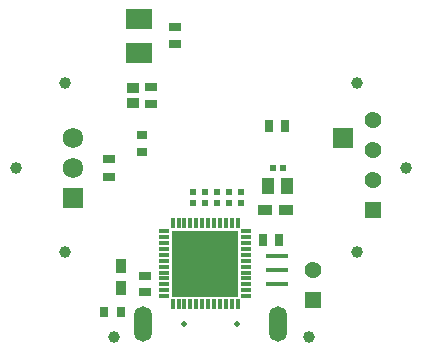
<source format=gbr>
%TF.GenerationSoftware,Altium Limited,Altium Designer,25.8.1 (18)*%
G04 Layer_Color=255*
%FSLAX45Y45*%
%MOMM*%
%TF.SameCoordinates,DBAD572D-54B9-4E5B-BD18-095DBB1A99D2*%
%TF.FilePolarity,Positive*%
%TF.FileFunction,Pads,Bot*%
%TF.Part,Single*%
G01*
G75*
%TA.AperFunction,SMDPad,CuDef*%
%ADD15R,0.65000X0.90000*%
%ADD16R,0.98000X0.88000*%
G04:AMPARAMS|DCode=23|XSize=1mm|YSize=1mm|CornerRadius=0.5mm|HoleSize=0mm|Usage=FLASHONLY|Rotation=0.000|XOffset=0mm|YOffset=0mm|HoleType=Round|Shape=RoundedRectangle|*
%AMROUNDEDRECTD23*
21,1,1.00000,0.00000,0,0,0.0*
21,1,0.00000,1.00000,0,0,0.0*
1,1,1.00000,0.00000,0.00000*
1,1,1.00000,0.00000,0.00000*
1,1,1.00000,0.00000,0.00000*
1,1,1.00000,0.00000,0.00000*
%
%ADD23ROUNDEDRECTD23*%
G04:AMPARAMS|DCode=24|XSize=1mm|YSize=1mm|CornerRadius=0.5mm|HoleSize=0mm|Usage=FLASHONLY|Rotation=300.000|XOffset=0mm|YOffset=0mm|HoleType=Round|Shape=RoundedRectangle|*
%AMROUNDEDRECTD24*
21,1,1.00000,0.00000,0,0,300.0*
21,1,0.00000,1.00000,0,0,300.0*
1,1,1.00000,0.00000,0.00000*
1,1,1.00000,0.00000,0.00000*
1,1,1.00000,0.00000,0.00000*
1,1,1.00000,0.00000,0.00000*
%
%ADD24ROUNDEDRECTD24*%
G04:AMPARAMS|DCode=26|XSize=1mm|YSize=1mm|CornerRadius=0.5mm|HoleSize=0mm|Usage=FLASHONLY|Rotation=240.000|XOffset=0mm|YOffset=0mm|HoleType=Round|Shape=RoundedRectangle|*
%AMROUNDEDRECTD26*
21,1,1.00000,0.00000,0,0,240.0*
21,1,0.00000,1.00000,0,0,240.0*
1,1,1.00000,0.00000,0.00000*
1,1,1.00000,0.00000,0.00000*
1,1,1.00000,0.00000,0.00000*
1,1,1.00000,0.00000,0.00000*
%
%ADD26ROUNDEDRECTD26*%
%ADD28R,0.78000X0.98000*%
%TA.AperFunction,ComponentPad*%
%ADD30O,1.50000X3.00000*%
%ADD31C,1.42500*%
%ADD32R,1.42500X1.42500*%
%ADD33R,1.42500X1.42500*%
%ADD34C,0.50000*%
%ADD35R,1.72500X1.72500*%
%ADD36C,1.72500*%
%ADD37R,1.72500X1.72500*%
%TA.AperFunction,SMDPad,CuDef*%
%ADD39R,2.30000X1.80000*%
%ADD40R,1.02000X1.47000*%
%ADD41R,1.30000X0.95000*%
%ADD42R,1.90000X0.40005*%
%ADD43R,0.55880X0.55880*%
%ADD44R,0.90000X0.65000*%
%ADD45R,0.98000X0.78000*%
%ADD46R,0.55880X0.55880*%
%ADD47R,0.85000X0.30000*%
%ADD48R,0.30000X0.85000*%
%ADD49R,1.00000X0.80000*%
%ADD50R,5.70000X5.70000*%
%ADD51R,0.95000X1.30000*%
D15*
X-762002Y-1219202D02*
D03*
X-907000D02*
D03*
D16*
X-660402Y672601D02*
D03*
Y546601D02*
D03*
D23*
X-826010Y-1431012D02*
D03*
X-1239014Y-715012D02*
D03*
X1239010Y715008D02*
D03*
D24*
X1651989Y-2D02*
D03*
X-1651992D02*
D03*
X-1239014Y715008D02*
D03*
X1239010Y-716012D02*
D03*
D26*
X826006Y-1431012D02*
D03*
D28*
X438001Y-609602D02*
D03*
X578001D02*
D03*
X488801Y355598D02*
D03*
X628801D02*
D03*
D30*
X564401Y-1326801D02*
D03*
X-575601D02*
D03*
D31*
X1371600Y406400D02*
D03*
Y152400D02*
D03*
Y-101600D02*
D03*
X863598Y-863602D02*
D03*
D32*
X1371600Y-355600D02*
D03*
D33*
X863598Y-1117602D02*
D03*
D34*
X-230598Y-1326801D02*
D03*
X219398D02*
D03*
D35*
X-1168402Y-254002D02*
D03*
D36*
Y-2D02*
D03*
Y253998D02*
D03*
D37*
X1117600Y254000D02*
D03*
D39*
X-609602Y972600D02*
D03*
Y1262602D02*
D03*
D40*
X478798Y-152402D02*
D03*
X638798D02*
D03*
D41*
X457198Y-355602D02*
D03*
X637198D02*
D03*
D42*
X558798Y-743612D02*
D03*
Y-863602D02*
D03*
Y-983591D02*
D03*
D43*
X520698Y-2D02*
D03*
X609598D02*
D03*
D44*
X-587900Y275700D02*
D03*
Y130702D02*
D03*
D45*
X-508002Y539601D02*
D03*
Y679601D02*
D03*
X-304802Y1187601D02*
D03*
X-558802Y-1054401D02*
D03*
X-304802Y1047601D02*
D03*
X-558802Y-914402D02*
D03*
D46*
X-152402Y-209552D02*
D03*
X50798D02*
D03*
Y-298452D02*
D03*
X-50802Y-209552D02*
D03*
Y-298452D02*
D03*
X-152402D02*
D03*
X152398Y-209552D02*
D03*
X253998D02*
D03*
Y-298452D02*
D03*
X152398D02*
D03*
D47*
X294201Y-637801D02*
D03*
Y-537801D02*
D03*
Y-587798D02*
D03*
X-395800Y-1087802D02*
D03*
Y-837800D02*
D03*
X294201D02*
D03*
X-395800Y-537801D02*
D03*
Y-587798D02*
D03*
Y-637801D02*
D03*
Y-687798D02*
D03*
Y-737800D02*
D03*
Y-787798D02*
D03*
Y-887798D02*
D03*
Y-937800D02*
D03*
Y-987797D02*
D03*
Y-1037800D02*
D03*
X294201Y-1087802D02*
D03*
Y-1037800D02*
D03*
Y-987797D02*
D03*
Y-937800D02*
D03*
Y-887798D02*
D03*
Y-787798D02*
D03*
Y-737800D02*
D03*
Y-687798D02*
D03*
D48*
X-275800Y-1157800D02*
D03*
X-325797D02*
D03*
X224199Y-467798D02*
D03*
X174202D02*
D03*
X124199D02*
D03*
X74202D02*
D03*
X24199D02*
D03*
X-25798D02*
D03*
X-75800D02*
D03*
X-125798D02*
D03*
X-175800D02*
D03*
X-225798D02*
D03*
X-275800D02*
D03*
X-325797D02*
D03*
X-225798Y-1157800D02*
D03*
X-175800D02*
D03*
X-125798D02*
D03*
X-75800D02*
D03*
X-25798D02*
D03*
X24199D02*
D03*
X74202D02*
D03*
X124199D02*
D03*
X174202D02*
D03*
X224199D02*
D03*
D49*
X-863602Y-74998D02*
D03*
Y75000D02*
D03*
D50*
X-50802Y-812802D02*
D03*
D51*
X-762002Y-1016002D02*
D03*
Y-836002D02*
D03*
%TF.MD5,bbc195fde7d75f991c8604f77959418b*%
M02*

</source>
